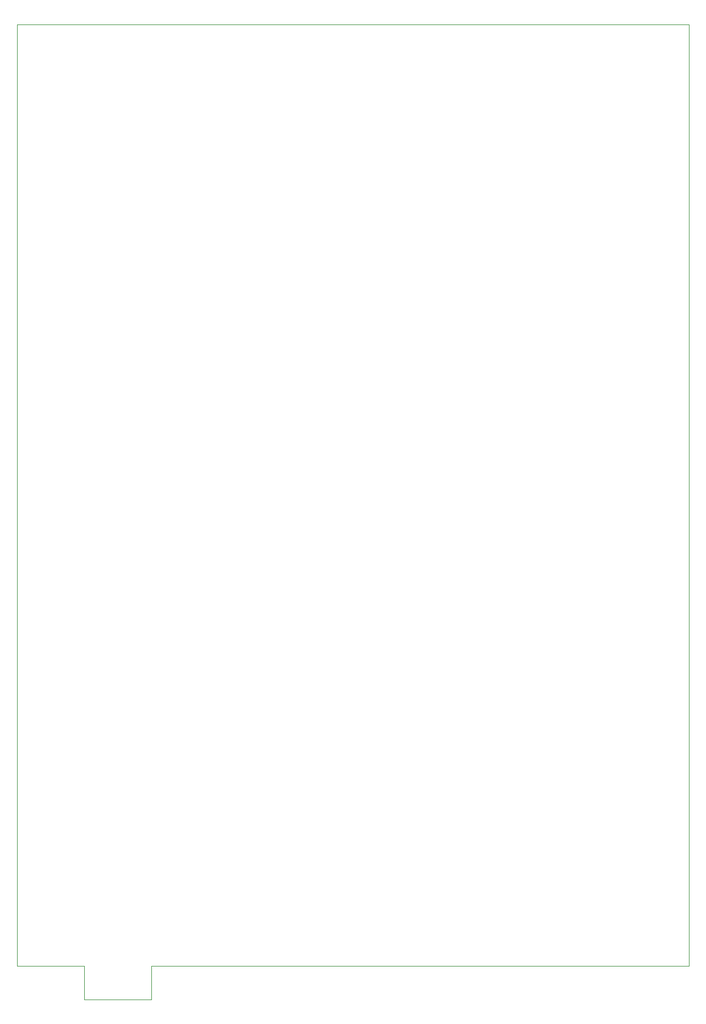
<source format=gm1>
G04 #@! TF.GenerationSoftware,KiCad,Pcbnew,8.0.4*
G04 #@! TF.CreationDate,2024-11-26T20:16:45-06:00*
G04 #@! TF.ProjectId,picoMBC,7069636f-4d42-4432-9e6b-696361645f70,rev?*
G04 #@! TF.SameCoordinates,Original*
G04 #@! TF.FileFunction,Profile,NP*
%FSLAX46Y46*%
G04 Gerber Fmt 4.6, Leading zero omitted, Abs format (unit mm)*
G04 Created by KiCad (PCBNEW 8.0.4) date 2024-11-26 20:16:45*
%MOMM*%
%LPD*%
G01*
G04 APERTURE LIST*
G04 #@! TA.AperFunction,Profile*
%ADD10C,0.050000*%
G04 #@! TD*
G04 APERTURE END LIST*
D10*
X72400000Y-182800000D02*
X62400000Y-182800000D01*
X52400000Y-37800000D02*
X152400000Y-37800000D01*
X152400000Y-37800000D02*
X152400000Y-177800000D01*
X52400000Y-177800000D02*
X52400000Y-37800000D01*
X152400000Y-177800000D02*
X72400000Y-177800000D01*
X62400000Y-182800000D02*
X62400000Y-177800000D01*
X62400000Y-177800000D02*
X52400000Y-177800000D01*
X72400000Y-177800000D02*
X72400000Y-182800000D01*
M02*

</source>
